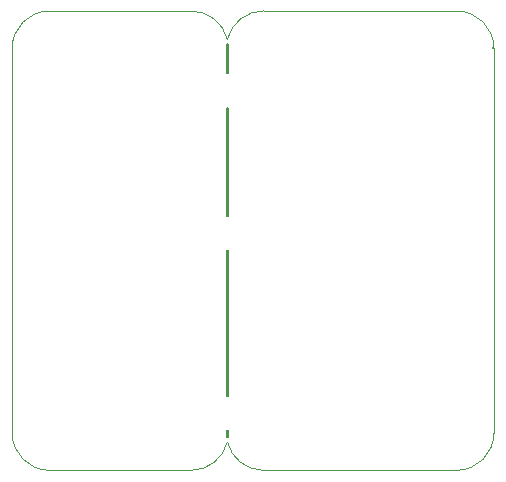
<source format=gbr>
%TF.GenerationSoftware,Altium Limited,Altium Designer,20.0.10 (225)*%
G04 Layer_Color=0*
%FSLAX26Y26*%
%MOIN*%
%TF.FileFunction,Profile,NP*%
%TF.Part,CustomerPanel*%
G01*
G75*
%TA.AperFunction,Profile*%
%ADD24C,0.001000*%
G36*
X3042485Y3322105D02*
Y3320028D01*
X3045423Y3317090D01*
X3049577D01*
X3052515Y3320028D01*
Y3322105D01*
D01*
Y3340000D01*
Y3342077D01*
X3049577Y3345015D01*
X3045423D01*
X3042485Y3342077D01*
Y3340000D01*
D01*
Y3322105D01*
D02*
G37*
G36*
Y4060000D02*
Y4057923D01*
X3045423Y4054985D01*
X3049577D01*
X3052515Y4057923D01*
Y4060000D01*
D01*
Y4415000D01*
Y4417077D01*
X3049577Y4420015D01*
X3045423D01*
X3042485Y4417077D01*
Y4415000D01*
D01*
Y4060000D01*
D02*
G37*
G36*
Y4535000D02*
Y4532923D01*
X3045423Y4529985D01*
X3049577D01*
X3052515Y4532923D01*
Y4535000D01*
D01*
Y4627187D01*
Y4629264D01*
X3049577Y4632202D01*
X3045423D01*
X3042485Y4629264D01*
Y4627187D01*
D01*
Y4535000D01*
D02*
G37*
G36*
Y3460000D02*
Y3457923D01*
X3045423Y3454985D01*
X3049577D01*
X3052515Y3457923D01*
Y3460000D01*
D01*
Y3940000D01*
Y3942077D01*
X3049577Y3945015D01*
X3045423D01*
X3042485Y3942077D01*
Y3940000D01*
D01*
Y3460000D01*
D02*
G37*
D24*
X2454449Y3208984D02*
X2926890D01*
D02*
G03*
X3047500Y3303776I0J124126D01*
G01*
X3047500D01*
D02*
G03*
X3168110Y3208984I120610J29334D01*
G01*
X3811890D01*
D02*
G03*
X3936016Y3333110I0J124126D01*
G01*
D02*
G03*
X3936016Y3333135I-6016J0D01*
G01*
D02*
G03*
X3936016Y3333145I-6016J-24D01*
G01*
X3936016Y4616181D01*
D02*
G03*
X3936016Y4616217I-6016J0D01*
G01*
D02*
G02*
X3936016Y4616207I-124126J-36D01*
G01*
D02*
G02*
X3936016Y4616206I-3015J-1D01*
G01*
D02*
G02*
X3936016Y4616206I-3015J0D01*
G01*
D02*
G03*
X3936016Y4616206I-3015J-25D01*
G01*
D02*
G02*
X3936016Y4616181I-124126J-25D01*
G01*
X3936016D01*
D02*
G03*
X3936016Y4616206I-3015J0D01*
G01*
D02*
G02*
X3936016Y4616181I-3015J0D01*
G01*
X3936016Y4616207D01*
D02*
G03*
X3936016Y4616231I-3015J-1D01*
G01*
D02*
G02*
X3936016Y4616217I-6016J-50D01*
G01*
D02*
G03*
X3811890Y4740307I-124126J-36D01*
G01*
X3168110D01*
D02*
G03*
X3047500Y4645516I0J-124126D01*
G01*
D02*
G03*
X2926890Y4740307I-120610J-29335D01*
G01*
X2454449D01*
D02*
G03*
X2330323Y4616181I0J-124126D01*
G01*
Y3333110D01*
D02*
G03*
X2454449Y3208984I124126J0D01*
G01*
%TF.MD5,63cd412ccf89c34c44022e4d447646c8*%
M02*

</source>
